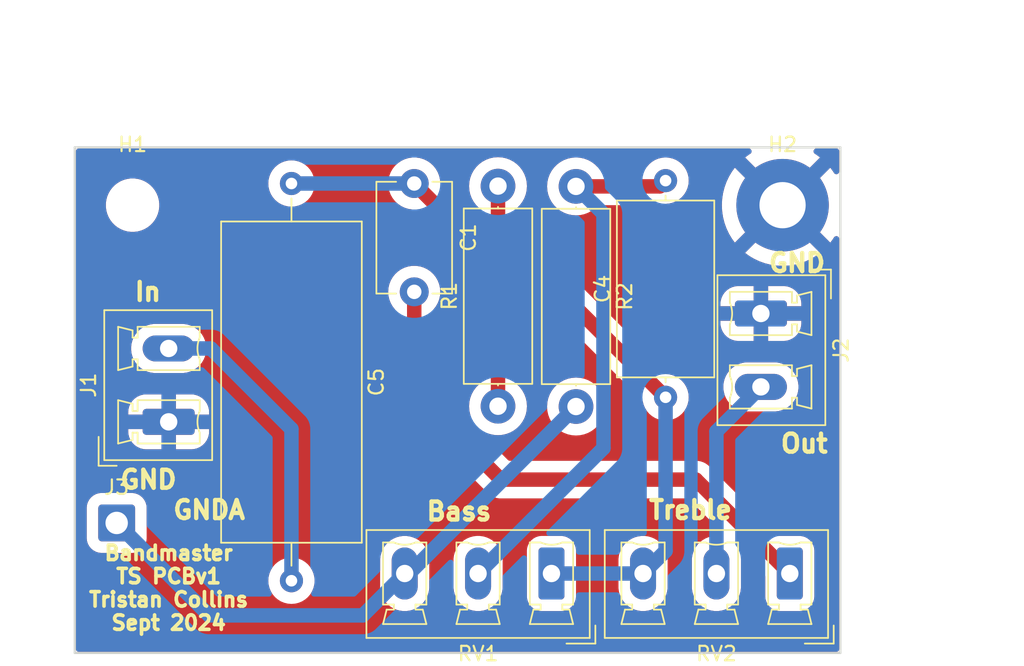
<source format=kicad_pcb>
(kicad_pcb (version 20240108) (generator "pcbnew") (generator_version "8.0")
  (layers (0 "F.Cu" signal) (31 "B.Cu" signal) (34 "B.Paste" user) (35 "F.Paste" user) (36 "B.SilkS" user "B.Silkscreen") (37 "F.SilkS" user "F.Silkscreen") (38 "B.Mask" user) (39 "F.Mask" user) (44 "Edge.Cuts" user))
  (net 0 "")
  (net 1 "Net-(C1-Pad1)")
  (net 2 "Net-(C1-Pad2)")
  (net 3 "GNDA")
  (net 4 "Net-(C4-Pad1)")
  (net 5 "Net-(C4-Pad2)")
  (net 6 "GND")
  (net 7 "Net-(C5-Pad2)")
  (net 8 "Net-(J2-Pad2)")
  (footprint "Connector_Phoenix_MC_HighVoltage:PhoenixContact_MCV_1,5_2-G-5.08_1x02_P5.08mm_Vertical" (layer "F.Cu") (at 166.5 116 90)
    (property "Reference" "J1" (at 2.54 -5.55 90) (layer "F.SilkS"))
    (property "Value" "Screw_Terminal_1x02")
    (fp_line (start -3.04 -4.85) (end -1.04 -4.85) (stroke (width 0.12)) (layer "F.SilkS"))
    (fp_line (start 7.73 -4.46) (end -2.65 -4.46) (stroke (width 0.12)) (layer "F.SilkS"))
    (fp_line (start -2.65 -4.46) (end -2.65 3.01) (stroke (width 0.12)) (layer "F.SilkS"))
    (fp_line (start -3.04 -3.6) (end -3.04 -4.85) (stroke (width 0.12)) (layer "F.SilkS"))
    (fp_line (start 6.58 -3.5) (end 6.33 -2.5) (stroke (width 0.12)) (layer "F.SilkS"))
    (fp_line (start 3.58 -3.5) (end 6.58 -3.5) (stroke (width 0.12)) (layer "F.SilkS"))
    (fp_line (start 1.5 -3.5) (end 1.25 -2.5) (stroke (width 0.12)) (layer "F.SilkS"))
    (fp_line (start -1.5 -3.5) (end 1.5 -3.5) (stroke (width 0.12)) (layer "F.SilkS"))
    (fp_line (start 6.33 -2.5) (end 5.83 -2.5) (stroke (width 0.12)) (layer "F.SilkS"))
    (fp_line (start 5.83 -2.5) (end 5.83 -2.15) (stroke (width 0.12)) (layer "F.SilkS"))
    (fp_line (start 4.33 -2.5) (end 3.83 -2.5) (stroke (width 0.12)) (layer "F.SilkS"))
    (fp_line (start 3.83 -2.5) (end 3.58 -3.5) (stroke (width 0.12)) (layer "F.SilkS"))
    (fp_line (start 1.25 -2.5) (end 0.75 -2.5) (stroke (width 0.12)) (layer "F.SilkS"))
    (fp_line (start 0.75 -2.5) (end 0.75 -2.15) (stroke (width 0.12)) (layer "F.SilkS"))
    (fp_line (start -0.75 -2.5) (end -1.25 -2.5) (stroke (width 0.12)) (layer "F.SilkS"))
    (fp_line (start -1.25 -2.5) (end -1.5 -3.5) (stroke (width 0.12)) (layer "F.SilkS"))
    (fp_line (start 6.58 -2.15) (end 6.58 2.15) (stroke (width 0.12)) (layer "F.SilkS"))
    (fp_line (start 5.83 -2.15) (end 6.58 -2.15) (stroke (width 0.12)) (layer "F.SilkS"))
    (fp_line (start 4.33 -2.15) (end 4.33 -2.5) (stroke (width 0.12)) (layer "F.SilkS"))
    (fp_line (start 3.58 -2.15) (end 4.33 -2.15) (stroke (width 0.12)) (layer "F.SilkS"))
    (fp_line (start 1.5 -2.15) (end 1.5 2.15) (stroke (width 0.12)) (layer "F.SilkS"))
    (fp_line (start 0.75 -2.15) (end 1.5 -2.15) (stroke (width 0.12)) (layer "F.SilkS"))
    (fp_line (start -0.75 -2.15) (end -0.75 -2.5) (stroke (width 0.12)) (layer "F.SilkS"))
    (fp_line (start -1.5 -2.15) (end -0.75 -2.15) (stroke (width 0.12)) (layer "F.SilkS"))
    (fp_line (start 6.58 2.15) (end 5.83 2.15) (stroke (width 0.12)) (layer "F.SilkS"))
    (fp_line (start 4.33 2.15) (end 3.58 2.15) (stroke (width 0.12)) (layer "F.SilkS"))
    (fp_line (start 3.58 2.15) (end 3.58 -2.15) (stroke (width 0.12)) (layer "F.SilkS"))
    (fp_line (start 1.5 2.15) (end 0.75 2.15) (stroke (width 0.12)) (layer "F.SilkS"))
    (fp_line (start -0.75 2.15) (end -1.5 2.15) (stroke (width 0.12)) (layer "F.SilkS"))
    (fp_line (start -1.5 2.15) (end -1.5 -2.15) (stroke (width 0.12)) (layer "F.SilkS"))
    (fp_line (start 7.73 3.01) (end 7.73 -4.46) (stroke (width 0.12)) (layer "F.SilkS"))
    (fp_line (start -2.65 3.01) (end 7.73 3.01) (stroke (width 0.12)) (layer "F.SilkS"))
    (fp_arc (start 4.33 2.15) (mid 5.079807 1.99191) (end 5.829647 2.149844) (stroke (width 0.12)) (layer "F.SilkS"))
    (fp_arc (start -0.75 2.15) (mid -0.000193 1.99191) (end 0.749647 2.149844) (stroke (width 0.12)) (layer "F.SilkS"))
    (pad "1" thru_hole roundrect (at 0 0 90) (size 1.8 3.6) (drill 1.2) (layers "*.Cu" "*.Mask") (roundrect_rratio 0.138889) (net 6 "GND"))
    (pad "2" thru_hole oval (at 5.08 0 90) (size 1.8 3.6) (drill 1.2) (layers "*.Cu" "*.Mask") (net 7 "Net-(C5-Pad2)"))
  )
  (footprint "Connector_Phoenix_MC_HighVoltage:PhoenixContact_MCV_1,5_2-G-5.08_1x02_P5.08mm_Vertical" (layer "F.Cu") (at 207.5 108.5 -90)
    (property "Reference" "J2" (at 2.54 -5.55 -90) (layer "F.SilkS"))
    (property "Value" "Screw_Terminal_1x02")
    (fp_line (start -2.65 3.01) (end 7.73 3.01) (stroke (width 0.12)) (layer "F.SilkS"))
    (fp_line (start 7.73 3.01) (end 7.73 -4.46) (stroke (width 0.12)) (layer "F.SilkS"))
    (fp_line (start -1.5 2.15) (end -1.5 -2.15) (stroke (width 0.12)) (layer "F.SilkS"))
    (fp_line (start -0.75 2.15) (end -1.5 2.15) (stroke (width 0.12)) (layer "F.SilkS"))
    (fp_line (start 1.5 2.15) (end 0.75 2.15) (stroke (width 0.12)) (layer "F.SilkS"))
    (fp_line (start 3.58 2.15) (end 3.58 -2.15) (stroke (width 0.12)) (layer "F.SilkS"))
    (fp_line (start 4.33 2.15) (end 3.58 2.15) (stroke (width 0.12)) (layer "F.SilkS"))
    (fp_line (start 6.58 2.15) (end 5.83 2.15) (stroke (width 0.12)) (layer "F.SilkS"))
    (fp_line (start -1.5 -2.15) (end -0.75 -2.15) (stroke (width 0.12)) (layer "F.SilkS"))
    (fp_line (start -0.75 -2.15) (end -0.75 -2.5) (stroke (width 0.12)) (layer "F.SilkS"))
    (fp_line (start 0.75 -2.15) (end 1.5 -2.15) (stroke (width 0.12)) (layer "F.SilkS"))
    (fp_line (start 1.5 -2.15) (end 1.5 2.15) (stroke (width 0.12)) (layer "F.SilkS"))
    (fp_line (start 3.58 -2.15) (end 4.33 -2.15) (stroke (width 0.12)) (layer "F.SilkS"))
    (fp_line (start 4.33 -2.15) (end 4.33 -2.5) (stroke (width 0.12)) (layer "F.SilkS"))
    (fp_line (start 5.83 -2.15) (end 6.58 -2.15) (stroke (width 0.12)) (layer "F.SilkS"))
    (fp_line (start 6.58 -2.15) (end 6.58 2.15) (stroke (width 0.12)) (layer "F.SilkS"))
    (fp_line (start -1.25 -2.5) (end -1.5 -3.5) (stroke (width 0.12)) (layer "F.SilkS"))
    (fp_line (start -0.75 -2.5) (end -1.25 -2.5) (stroke (width 0.12)) (layer "F.SilkS"))
    (fp_line (start 0.75 -2.5) (end 0.75 -2.15) (stroke (width 0.12)) (layer "F.SilkS"))
    (fp_line (start 1.25 -2.5) (end 0.75 -2.5) (stroke (width 0.12)) (layer "F.SilkS"))
    (fp_line (start 3.83 -2.5) (end 3.58 -3.5) (stroke (width 0.12)) (layer "F.SilkS"))
    (fp_line (start 4.33 -2.5) (end 3.83 -2.5) (stroke (width 0.12)) (layer "F.SilkS"))
    (fp_line (start 5.83 -2.5) (end 5.83 -2.15) (stroke (width 0.12)) (layer "F.SilkS"))
    (fp_line (start 6.33 -2.5) (end 5.83 -2.5) (stroke (width 0.12)) (layer "F.SilkS"))
    (fp_line (start -1.5 -3.5) (end 1.5 -3.5) (stroke (width 0.12)) (layer "F.SilkS"))
    (fp_line (start 1.5 -3.5) (end 1.25 -2.5) (stroke (width 0.12)) (layer "F.SilkS"))
    (fp_line (start 3.58 -3.5) (end 6.58 -3.5) (stroke (width 0.12)) (layer "F.SilkS"))
    (fp_line (start 6.58 -3.5) (end 6.33 -2.5) (stroke (width 0.12)) (layer "F.SilkS"))
    (fp_line (start -3.04 -3.6) (end -3.04 -4.85) (stroke (width 0.12)) (layer "F.SilkS"))
    (fp_line (start -2.65 -4.46) (end -2.65 3.01) (stroke (width 0.12)) (layer "F.SilkS"))
    (fp_line (start 7.73 -4.46) (end -2.65 -4.46) (stroke (width 0.12)) (layer "F.SilkS"))
    (fp_line (start -3.04 -4.85) (end -1.04 -4.85) (stroke (width 0.12)) (layer "F.SilkS"))
    (fp_arc (start -0.75 2.15) (mid -0.000193 1.99191) (end 0.749647 2.149844) (stroke (width 0.12)) (layer "F.SilkS"))
    (fp_arc (start 4.33 2.15) (mid 5.079807 1.99191) (end 5.829647 2.149844) (stroke (width 0.12)) (layer "F.SilkS"))
    (pad "1" thru_hole roundrect (at 0 0 270) (size 1.8 3.6) (drill 1.2) (layers "*.Cu" "*.Mask") (roundrect_rratio 0.138889) (net 6 "GND"))
    (pad "2" thru_hole oval (at 5.08 0 270) (size 1.8 3.6) (drill 1.2) (layers "*.Cu" "*.Mask") (net 8 "Net-(J2-Pad2)"))
  )
  (footprint "Resistor_THT:R_Axial_DIN0414_L11.9mm_D4.5mm_P15.24mm_Horizontal" (layer "F.Cu") (at 189.3 114.92 90)
    (property "Reference" "R1" (at 7.62 -3.37 90) (layer "F.SilkS"))
    (property "Value" "220k")
    (fp_line (start 13.69 -2.37) (end 1.55 -2.37) (stroke (width 0.12)) (layer "F.SilkS"))
    (fp_line (start 1.55 -2.37) (end 1.55 2.37) (stroke (width 0.12)) (layer "F.SilkS"))
    (fp_line (start 13.8 0) (end 13.69 0) (stroke (width 0.12)) (layer "F.SilkS"))
    (fp_line (start 1.44 0) (end 1.55 0) (stroke (width 0.12)) (layer "F.SilkS"))
    (fp_line (start 13.69 2.37) (end 13.69 -2.37) (stroke (width 0.12)) (layer "F.SilkS"))
    (fp_line (start 1.55 2.37) (end 13.69 2.37) (stroke (width 0.12)) (layer "F.SilkS"))
    (pad "1" thru_hole circle (at 0 0 90) (size 2.4 2.4) (drill 1.2) (layers "*.Cu" "*.Mask") (net 1 "Net-(C1-Pad1)"))
    (pad "2" thru_hole oval (at 15.24 0 90) (size 2.4 2.4) (drill 1.2) (layers "*.Cu" "*.Mask") (net 4 "Net-(C4-Pad1)"))
  )
  (footprint "Resistor_THT:R_Axial_DIN0414_L11.9mm_D4.5mm_P15.24mm_Horizontal" (layer "F.Cu") (at 194.7 99.7 -90)
    (property "Reference" "R2" (at 7.62 -3.37 -90) (layer "F.SilkS"))
    (property "Value" "22k")
    (fp_line (start 1.55 2.37) (end 13.69 2.37) (stroke (width 0.12)) (layer "F.SilkS"))
    (fp_line (start 13.69 2.37) (end 13.69 -2.37) (stroke (width 0.12)) (layer "F.SilkS"))
    (fp_line (start 1.44 0) (end 1.55 0) (stroke (width 0.12)) (layer "F.SilkS"))
    (fp_line (start 13.8 0) (end 13.69 0) (stroke (width 0.12)) (layer "F.SilkS"))
    (fp_line (start 1.55 -2.37) (end 1.55 2.37) (stroke (width 0.12)) (layer "F.SilkS"))
    (fp_line (start 13.69 -2.37) (end 1.55 -2.37) (stroke (width 0.12)) (layer "F.SilkS"))
    (pad "1" thru_hole circle (at 0 0 270) (size 2.4 2.4) (drill 1.2) (layers "*.Cu" "*.Mask") (net 5 "Net-(C4-Pad2)"))
    (pad "2" thru_hole oval (at 15.24 0 270) (size 2.4 2.4) (drill 1.2) (layers "*.Cu" "*.Mask") (net 3 "GNDA"))
  )
  (footprint "Connector_Phoenix_MC_HighVoltage:PhoenixContact_MCV_1,5_3-G-5.08_1x03_P5.08mm_Vertical" (layer "F.Cu") (at 193 126.5 180)
    (property "Reference" "RV1" (at 5.08 -5.55 180) (layer "F.SilkS"))
    (property "Value" "470k Log")
    (fp_line (start 12.81 3.01) (end 12.81 -4.46) (stroke (width 0.12)) (layer "F.SilkS"))
    (fp_line (start 12.81 -4.46) (end -2.65 -4.46) (stroke (width 0.12)) (layer "F.SilkS"))
    (fp_line (start 11.66 2.15) (end 10.91 2.15) (stroke (width 0.12)) (layer "F.SilkS"))
    (fp_line (start 11.66 -2.15) (end 11.66 2.15) (stroke (width 0.12)) (layer "F.SilkS"))
    (fp_line (start 11.66 -3.5) (end 11.41 -2.5) (stroke (width 0.12)) (layer "F.SilkS"))
    (fp_line (start 11.41 -2.5) (end 10.91 -2.5) (stroke (width 0.12)) (layer "F.SilkS"))
    (fp_line (start 10.91 -2.15) (end 11.66 -2.15) (stroke (width 0.12)) (layer "F.SilkS"))
    (fp_line (start 10.91 -2.5) (end 10.91 -2.15) (stroke (width 0.12)) (layer "F.SilkS"))
    (fp_line (start 9.41 2.15) (end 8.66 2.15) (stroke (width 0.12)) (layer "F.SilkS"))
    (fp_line (start 9.41 -2.15) (end 9.41 -2.5) (stroke (width 0.12)) (layer "F.SilkS"))
    (fp_line (start 9.41 -2.5) (end 8.91 -2.5) (stroke (width 0.12)) (layer "F.SilkS"))
    (fp_line (start 8.91 -2.5) (end 8.66 -3.5) (stroke (width 0.12)) (layer "F.SilkS"))
    (fp_line (start 8.66 2.15) (end 8.66 -2.15) (stroke (width 0.12)) (layer "F.SilkS"))
    (fp_line (start 8.66 -2.15) (end 9.41 -2.15) (stroke (width 0.12)) (layer "F.SilkS"))
    (fp_line (start 8.66 -3.5) (end 11.66 -3.5) (stroke (width 0.12)) (layer "F.SilkS"))
    (fp_line (start 6.58 2.15) (end 5.83 2.15) (stroke (width 0.12)) (layer "F.SilkS"))
    (fp_line (start 6.58 -2.15) (end 6.58 2.15) (stroke (width 0.12)) (layer "F.SilkS"))
    (fp_line (start 6.58 -3.5) (end 6.33 -2.5) (stroke (width 0.12)) (layer "F.SilkS"))
    (fp_line (start 6.33 -2.5) (end 5.83 -2.5) (stroke (width 0.12)) (layer "F.SilkS"))
    (fp_line (start 5.83 -2.15) (end 6.58 -2.15) (stroke (width 0.12)) (layer "F.SilkS"))
    (fp_line (start 5.83 -2.5) (end 5.83 -2.15) (stroke (width 0.12)) (layer "F.SilkS"))
    (fp_line (start 4.33 2.15) (end 3.58 2.15) (stroke (width 0.12)) (layer "F.SilkS"))
    (fp_line (start 4.33 -2.15) (end 4.33 -2.5) (stroke (width 0.12)) (layer "F.SilkS"))
    (fp_line (start 4.33 -2.5) (end 3.83 -2.5) (stroke (width 0.12)) (layer "F.SilkS"))
    (fp_line (start 3.83 -2.5) (end 3.58 -3.5) (stroke (width 0.12)) (layer "F.SilkS"))
    (fp_line (start 3.58 2.15) (end 3.58 -2.15) (stroke (width 0.12)) (layer "F.SilkS"))
    (fp_line (start 3.58 -2.15) (end 4.33 -2.15) (stroke (width 0.12)) (layer "F.SilkS"))
    (fp_line (start 3.58 -3.5) (end 6.58 -3.5) (stroke (width 0.12)) (layer "F.SilkS"))
    (fp_line (start 1.5 2.15) (end 0.75 2.15) (stroke (width 0.12)) (layer "F.SilkS"))
    (fp_line (start 1.5 -2.15) (end 1.5 2.15) (stroke (width 0.12)) (layer "F.SilkS"))
    (fp_line (start 1.5 -3.5) (end 1.25 -2.5) (stroke (width 0.12)) (layer "F.SilkS"))
    (fp_line (start 1.25 -2.5) (end 0.75 -2.5) (stroke (width 0.12)) (layer "F.SilkS"))
    (fp_line (start 0.75 -2.15) (end 1.5 -2.15) (stroke (width 0.12)) (layer "F.SilkS"))
    (fp_line (start 0.75 -2.5) (end 0.75 -2.15) (stroke (width 0.12)) (layer "F.SilkS"))
    (fp_line (start -0.75 2.15) (end -1.5 2.15) (stroke (width 0.12)) (layer "F.SilkS"))
    (fp_line (start -0.75 -2.15) (end -0.75 -2.5) (stroke (width 0.12)) (layer "F.SilkS"))
    (fp_line (start -0.75 -2.5) (end -1.25 -2.5) (stroke (width 0.12)) (layer "F.SilkS"))
    (fp_line (start -1.25 -2.5) (end -1.5 -3.5) (stroke (width 0.12)) (layer "F.SilkS"))
    (fp_line (start -1.5 2.15) (end -1.5 -2.15) (stroke (width 0.12)) (layer "F.SilkS"))
    (fp_line (start -1.5 -2.15) (end -0.75 -2.15) (stroke (width 0.12)) (layer "F.SilkS"))
    (fp_line (start -1.5 -3.5) (end 1.5 -3.5) (stroke (width 0.12)) (layer "F.SilkS"))
    (fp_line (start -2.65 3.01) (end 12.81 3.01) (stroke (width 0.12)) (layer "F.SilkS"))
    (fp_line (start -2.65 -4.46) (end -2.65 3.01) (stroke (width 0.12)) (layer "F.SilkS"))
    (fp_line (start -3.04 -3.6) (end -3.04 -4.85) (stroke (width 0.12)) (layer "F.SilkS"))
    (fp_line (start -3.04 -4.85) (end -1.04 -4.85) (stroke (width 0.12)) (layer "F.SilkS"))
    (fp_arc (start 9.41 2.15) (mid 10.159807 1.99191) (end 10.909647 2.149844) (stroke (width 0.12)) (layer "F.SilkS"))
    (fp_arc (start 4.33 2.15) (mid 5.079807 1.99191) (end 5.829647 2.149844) (stroke (width 0.12)) (layer "F.SilkS"))
    (fp_arc (start -0.75 2.15) (mid -0.000193 1.99191) (end 0.749647 2.149844) (stroke (width 0.12)) (layer "F.SilkS"))
    (pad "1" thru_hole roundrect (at 0 0 180) (size 1.8 3.6) (drill 1.2) (layers "*.Cu" "*.Mask") (roundrect_rratio 0.138889) (net 4 "Net-(C4-Pad1)"))
    (pad "2" thru_hole oval (at 5.08 0 180) (size 1.8 3.6) (drill 1.2) (layers "*.Cu" "*.Mask") (net 5 "Net-(C4-Pad2)"))
    (pad "3" thru_hole oval (at 10.16 0 180) (size 1.8 3.6) (drill 1.2) (layers "*.Cu" "*.Mask") (net 3 "GNDA"))
  )
  (footprint "Connector_Phoenix_MC_HighVoltage:PhoenixContact_MCV_1,5_3-G-5.08_1x03_P5.08mm_Vertical" (layer "F.Cu") (at 209.5 126.5 180)
    (property "Reference" "RV2" (at 5.08 -5.55 180) (layer "F.SilkS"))
    (property "Value" "470k Lin")
    (fp_line (start 12.81 3.01) (end 12.81 -4.46) (stroke (width 0.12)) (layer "F.SilkS"))
    (fp_line (start 12.81 -4.46) (end -2.65 -4.46) (stroke (width 0.12)) (layer "F.SilkS"))
    (fp_line (start 11.66 2.15) (end 10.91 2.15) (stroke (width 0.12)) (layer "F.SilkS"))
    (fp_line (start 11.66 -2.15) (end 11.66 2.15) (stroke (width 0.12)) (layer "F.SilkS"))
    (fp_line (start 11.66 -3.5) (end 11.41 -2.5) (stroke (width 0.12)) (layer "F.SilkS"))
    (fp_line (start 11.41 -2.5) (end 10.91 -2.5) (stroke (width 0.12)) (layer "F.SilkS"))
    (fp_line (start 10.91 -2.15) (end 11.66 -2.15) (stroke (width 0.12)) (layer "F.SilkS"))
    (fp_line (start 10.91 -2.5) (end 10.91 -2.15) (stroke (width 0.12)) (layer "F.SilkS"))
    (fp_line (start 9.41 2.15) (end 8.66 2.15) (stroke (width 0.12)) (layer "F.SilkS"))
    (fp_line (start 9.41 -2.15) (end 9.41 -2.5) (stroke (width 0.12)) (layer "F.SilkS"))
    (fp_line (start 9.41 -2.5) (end 8.91 -2.5) (stroke (width 0.12)) (layer "F.SilkS"))
    (fp_line (start 8.91 -2.5) (end 8.66 -3.5) (stroke (width 0.12)) (layer "F.SilkS"))
    (fp_line (start 8.66 2.15) (end 8.66 -2.15) (stroke (width 0.12)) (layer "F.SilkS"))
    (fp_line (start 8.66 -2.15) (end 9.41 -2.15) (stroke (width 0.12)) (layer "F.SilkS"))
    (fp_line (start 8.66 -3.5) (end 11.66 -3.5) (stroke (width 0.12)) (layer "F.SilkS"))
    (fp_line (start 6.58 2.15) (end 5.83 2.15) (stroke (width 0.12)) (layer "F.SilkS"))
    (fp_line (start 6.58 -2.15) (end 6.58 2.15) (stroke (width 0.12)) (layer "F.SilkS"))
    (fp_line (start 6.58 -3.5) (end 6.33 -2.5) (stroke (width 0.12)) (layer "F.SilkS"))
    (fp_line (start 6.33 -2.5) (end 5.83 -2.5) (stroke (width 0.12)) (layer "F.SilkS"))
    (fp_line (start 5.83 -2.15) (end 6.58 -2.15) (stroke (width 0.12)) (layer "F.SilkS"))
    (fp_line (start 5.83 -2.5) (end 5.83 -2.15) (stroke (width 0.12)) (layer "F.SilkS"))
    (fp_line (start 4.33 2.15) (end 3.58 2.15) (stroke (width 0.12)) (layer "F.SilkS"))
    (fp_line (start 4.33 -2.15) (end 4.33 -2.5) (stroke (width 0.12)) (layer "F.SilkS"))
    (fp_line (start 4.33 -2.5) (end 3.83 -2.5) (stroke (width 0.12)) (layer "F.SilkS"))
    (fp_line (start 3.83 -2.5) (end 3.58 -3.5) (stroke (width 0.12)) (layer "F.SilkS"))
    (fp_line (start 3.58 2.15) (end 3.58 -2.15) (stroke (width 0.12)) (layer "F.SilkS"))
    (fp_line (start 3.58 -2.15) (end 4.33 -2.15) (stroke (width 0.12)) (layer "F.SilkS"))
    (fp_line (start 3.58 -3.5) (end 6.58 -3.5) (stroke (width 0.12)) (layer "F.SilkS"))
    (fp_line (start 1.5 2.15) (end 0.75 2.15) (stroke (width 0.12)) (layer "F.SilkS"))
    (fp_line (start 1.5 -2.15) (end 1.5 2.15) (stroke (width 0.12)) (layer "F.SilkS"))
    (fp_line (start 1.5 -3.5) (end 1.25 -2.5) (stroke (width 0.12)) (layer "F.SilkS"))
    (fp_line (start 1.25 -2.5) (end 0.75 -2.5) (stroke (width 0.12)) (layer "F.SilkS"))
    (fp_line (start 0.75 -2.15) (end 1.5 -2.15) (stroke (width 0.12)) (layer "F.SilkS"))
    (fp_line (start 0.75 -2.5) (end 0.75 -2.15) (stroke (width 0.12)) (layer "F.SilkS"))
    (fp_line (start -0.75 2.15) (end -1.5 2.15) (stroke (width 0.12)) (layer "F.SilkS"))
    (fp_line (start -0.75 -2.15) (end -0.75 -2.5) (stroke (width 0.12)) (layer "F.SilkS"))
    (fp_line (start -0.75 -2.5) (end -1.25 -2.5) (stroke (width 0.12)) (layer "F.SilkS"))
    (fp_line (start -1.25 -2.5) (end -1.5 -3.5) (stroke (width 0.12)) (layer "F.SilkS"))
    (fp_line (start -1.5 2.15) (end -1.5 -2.15) (stroke (width 0.12)) (layer "F.SilkS"))
    (fp_line (start -1.5 -2.15) (end -0.75 -2.15) (stroke (width 0.12)) (layer "F.SilkS"))
    (fp_line (start -1.5 -3.5) (end 1.5 -3.5) (stroke (width 0.12)) (layer "F.SilkS"))
    (fp_line (start -2.65 3.01) (end 12.81 3.01) (stroke (width 0.12)) (layer "F.SilkS"))
    (fp_line (start -2.65 -4.46) (end -2.65 3.01) (stroke (width 0.12)) (layer "F.SilkS"))
    (fp_line (start -3.04 -3.6) (end -3.04 -4.85) (stroke (width 0.12)) (layer "F.SilkS"))
    (fp_line (start -3.04 -4.85) (end -1.04 -4.85) (stroke (width 0.12)) (layer "F.SilkS"))
    (fp_arc (start 9.41 2.15) (mid 10.159807 1.99191) (end 10.909647 2.149844) (stroke (width 0.12)) (layer "F.SilkS"))
    (fp_arc (start 4.33 2.15) (mid 5.079807 1.99191) (end 5.829647 2.149844) (stroke (width 0.12)) (layer "F.SilkS"))
    (fp_arc (start -0.75 2.15) (mid -0.000193 1.99191) (end 0.749647 2.149844) (stroke (width 0.12)) (layer "F.SilkS"))
    (pad "1" thru_hole roundrect (at 0 0 180) (size 1.8 3.6) (drill 1.2) (layers "*.Cu" "*.Mask") (roundrect_rratio 0.138889) (net 2 "Net-(C1-Pad2)"))
    (pad "2" thru_hole oval (at 5.08 0 180) (size 1.8 3.6) (drill 1.2) (layers "*.Cu" "*.Mask") (net 8 "Net-(J2-Pad2)"))
    (pad "3" thru_hole oval (at 10.16 0 180) (size 1.8 3.6) (drill 1.2) (layers "*.Cu" "*.Mask") (net 4 "Net-(C4-Pad1)"))
  )
  (footprint "Connector_Wire:SolderWire-0.75sqmm_1x01_D1.25mm_OD2.3mm" (layer "F.Cu") (at 162.9 123)
    (property "Reference" "J3" (at 0 -2.47 0) (layer "F.SilkS"))
    (property "Value" "Screw_Terminal_1x01")
    (pad "1" thru_hole roundrect (at 0 0) (size 2.55 2.55) (drill 1.55) (layers "*.Cu" "*.Mask") (roundrect_rratio 0.098039) (net 3 "GNDA"))
  )
  (footprint "Capacitor_THT:C_Disc_D7.5mm_W5.0mm_P7.50mm" (layer "F.Cu") (at 183.5 99.5 -90)
    (property "Reference" "C1" (at 3.75 -3.75 -90) (layer "F.SilkS"))
    (property "Value" "220p")
    (fp_line (start -0.12 2.62) (end 7.62 2.62) (stroke (width 0.12)) (layer "F.SilkS"))
    (fp_line (start -0.12 1.256) (end -0.12 2.62) (stroke (width 0.12)) (layer "F.SilkS"))
    (fp_line (start 7.62 1.256) (end 7.62 2.62) (stroke (width 0.12)) (layer "F.SilkS"))
    (fp_line (start -0.12 -2.62) (end -0.12 -1.256) (stroke (width 0.12)) (layer "F.SilkS"))
    (fp_line (start -0.12 -2.62) (end 7.62 -2.62) (stroke (width 0.12)) (layer "F.SilkS"))
    (fp_line (start 7.62 -2.62) (end 7.62 -1.256) (stroke (width 0.12)) (layer "F.SilkS"))
    (pad "1" thru_hole circle (at 0 0 270) (size 2 2) (drill 1) (layers "*.Cu" "*.Mask") (net 1 "Net-(C1-Pad1)"))
    (pad "2" thru_hole circle (at 7.5 0 270) (size 2 2) (drill 1) (layers "*.Cu" "*.Mask") (net 2 "Net-(C1-Pad2)"))
  )
  (footprint "Capacitor_THT:C_Axial_L22.0mm_D9.5mm_P27.50mm_Horizontal" (layer "F.Cu") (at 175 99.5 -90)
    (property "Reference" "C5" (at 13.75 -5.87 -90) (layer "F.SilkS"))
    (property "Value" "100n")
    (fp_line (start 2.63 4.87) (end 24.87 4.87) (stroke (width 0.12)) (layer "F.SilkS"))
    (fp_line (start 24.87 4.87) (end 24.87 -4.87) (stroke (width 0.12)) (layer "F.SilkS"))
    (fp_line (start 1.04 0) (end 2.63 0) (stroke (width 0.12)) (layer "F.SilkS"))
    (fp_line (start 26.46 0) (end 24.87 0) (stroke (width 0.12)) (layer "F.SilkS"))
    (fp_line (start 2.63 -4.87) (end 2.63 4.87) (stroke (width 0.12)) (layer "F.SilkS"))
    (fp_line (start 24.87 -4.87) (end 2.63 -4.87) (stroke (width 0.12)) (layer "F.SilkS"))
    (pad "1" thru_hole circle (at 0 0 270) (size 1.6 1.6) (drill 0.8) (layers "*.Cu" "*.Mask") (net 1 "Net-(C1-Pad1)"))
    (pad "2" thru_hole oval (at 27.5 0 270) (size 1.6 1.6) (drill 0.8) (layers "*.Cu" "*.Mask") (net 7 "Net-(C5-Pad2)"))
  )
  (footprint "Capacitor_THT:C_Axial_L12.0mm_D6.5mm_P15.00mm_Horizontal" (layer "F.Cu") (at 200.9 114.3 90)
    (property "Reference" "C4" (at 7.5 -4.37 90) (layer "F.SilkS"))
    (property "Value" "4.7n")
    (fp_line (start 13.62 -3.37) (end 1.38 -3.37) (stroke (width 0.12)) (layer "F.SilkS"))
    (fp_line (start 1.38 -3.37) (end 1.38 3.37) (stroke (width 0.12)) (layer "F.SilkS"))
    (fp_line (start 13.96 0) (end 13.62 0) (stroke (width 0.12)) (layer "F.SilkS"))
    (fp_line (start 1.04 0) (end 1.38 0) (stroke (width 0.12)) (layer "F.SilkS"))
    (fp_line (start 13.62 3.37) (end 13.62 -3.37) (stroke (width 0.12)) (layer "F.SilkS"))
    (fp_line (start 1.38 3.37) (end 13.62 3.37) (stroke (width 0.12)) (layer "F.SilkS"))
    (pad "1" thru_hole circle (at 0 0 90) (size 1.6 1.6) (drill 0.8) (layers "*.Cu" "*.Mask") (net 4 "Net-(C4-Pad1)"))
    (pad "2" thru_hole oval (at 15 0 90) (size 1.6 1.6) (drill 0.8) (layers "*.Cu" "*.Mask") (net 5 "Net-(C4-Pad2)"))
  )
  (footprint "MountingHole:MountingHole_3.2mm_M3_Pad" (layer "F.Cu") (at 209 101)
    (property "Reference" "H2" (at 0 -4.2 0) (layer "F.SilkS"))
    (property "Value" "MountingHole_Pad")
    (pad "1" thru_hole circle (at 0 0) (size 6.4 6.4) (drill 3.2) (layers "*.Cu" "*.Mask") (net 6 "GND"))
  )
  (footprint "MountingHole:MountingHole_3.2mm_M3" (layer "F.Cu") (at 164 101)
    (property "Reference" "H1" (at 0 -4.2 0) (layer "F.SilkS"))
    (property "Value" "MountingHole")
    (pad "" np_thru_hole circle (at 0 0) (size 3.2 3.2) (drill 3.2) (layers "*.Cu" "*.Mask"))
  )
  (gr_line (start 160 132) (end 213 132) (stroke (width 0.15)) (layer "Edge.Cuts"))
  (gr_line (start 213 97) (end 213 132) (stroke (width 0.15)) (layer "Edge.Cuts"))
  (gr_line (start 160 132) (end 160 97) (stroke (width 0.15)) (layer "Edge.Cuts"))
  (gr_line (start 213 97) (end 160 97) (stroke (width 0.15)) (layer "Edge.Cuts"))
  (gr_text "Out" (at 210.5 117.5 0) (layer "F.SilkS") (effects (font (size 1.25 1.25) (thickness 0.3))))
  (gr_text "Bandmaster\nTS PCBv1\nTristan Collins\nSept 2024" (at 166.5 127.5 0) (layer "F.SilkS") (effects (font (size 1 1) (thickness 0.25))))
  (gr_text "GNDA" (at 169.3 122.1 0) (layer "F.SilkS") (effects (font (size 1.25 1.25) (thickness 0.3))))
  (gr_text "Bass" (at 189 122.2 0) (layer "F.SilkS") (effects (font (size 1.25 1.25) (thickness 0.3)) (justify right)))
  (gr_text "GND" (at 163 120 0) (layer "F.SilkS") (effects (font (size 1.25 1.25) (thickness 0.3)) (justify left)))
  (gr_text "GND" (at 210 105 0) (layer "F.SilkS") (effects (font (size 1.25 1.25) (thickness 0.3))))
  (gr_text "In" (at 164 107 0) (layer "F.SilkS") (effects (font (size 1.25 1.25) (thickness 0.3)) (justify left)))
  (gr_text "Treble" (at 199.6 122.1 0) (layer "F.SilkS") (effects (font (size 1.25 1.25) (thickness 0.3)) (justify left)))
  (segment (start 189.3 105.3) (end 189.3 114.92) (width 1) (layer "F.Cu") (net 1))
  (segment (start 183.5 99.5) (end 189.3 105.3) (width 1) (layer "F.Cu") (net 1))
  (segment (start 175 99.5) (end 183.5 99.5) (width 1) (layer "B.Cu") (net 1))
  (segment (start 189.5 120) (end 203 120) (width 1) (layer "F.Cu") (net 2))
  (segment (start 183.5 107) (end 183.5 114) (width 1) (layer "F.Cu") (net 2))
  (segment (start 183.5 114) (end 189.5 120) (width 1) (layer "F.Cu") (net 2))
  (segment (start 203 120) (end 209.5 126.5) (width 1) (layer "F.Cu") (net 2))
  (segment (start 182.84 126.5) (end 183.14 126.5) (width 1) (layer "F.Cu") (net 3))
  (segment (start 179.94 129.4) (end 169.3 129.4) (width 1) (layer "B.Cu") (net 3))
  (segment (start 169.3 129.4) (end 162.9 123) (width 1) (layer "B.Cu") (net 3))
  (segment (start 194.7 114.94) (end 183.14 126.5) (width 1) (layer "B.Cu") (net 3))
  (segment (start 183.14 126.5) (end 182.84 126.5) (width 1) (layer "B.Cu") (net 3))
  (segment (start 182.84 126.5) (end 179.94 129.4) (width 1) (layer "B.Cu") (net 3))
  (segment (start 189.3 99.68) (end 189.3 102.7) (width 1) (layer "F.Cu") (net 4))
  (segment (start 189.3 102.7) (end 200.9 114.3) (width 1) (layer "F.Cu") (net 4))
  (segment (start 200.9 114.3) (end 200.9 124.94) (width 1) (layer "B.Cu") (net 4))
  (segment (start 193 126.5) (end 199.34 126.5) (width 1) (layer "B.Cu") (net 4))
  (segment (start 200.9 124.94) (end 199.34 126.5) (width 1) (layer "B.Cu") (net 4))
  (segment (start 200.5 99.7) (end 200.9 99.3) (width 1) (layer "F.Cu") (net 5))
  (segment (start 194.7 99.7) (end 200.5 99.7) (width 1) (layer "F.Cu") (net 5))
  (segment (start 196.6 101.6) (end 196.6 117.82) (width 1) (layer "B.Cu") (net 5))
  (segment (start 196.6 117.82) (end 187.92 126.5) (width 1) (layer "B.Cu") (net 5))
  (segment (start 194.7 99.7) (end 196.6 101.6) (width 1) (layer "B.Cu") (net 5))
  (segment (start 175 116.5) (end 169.42 110.92) (width 1) (layer "B.Cu") (net 7))
  (segment (start 169.42 110.92) (end 166.5 110.92) (width 1) (layer "B.Cu") (net 7))
  (segment (start 175 127) (end 175 116.5) (width 1) (layer "B.Cu") (net 7))
  (segment (start 207.5 113.58) (end 204.42 116.66) (width 1) (layer "B.Cu") (net 8))
  (segment (start 204.42 116.66) (end 204.42 126.5) (width 1) (layer "B.Cu") (net 8))
  (zone (net 6) (net_name "GND") (layer "F.Cu") (connect_pads (clearance 0.8)) (min_thickness 0.4) (fill yes (thermal_gap 1) (thermal_bridge_width 1))
    (polygon (pts (xy 213 132) (xy 160 132) (xy 160 97) (xy 213 97)))
  )
  (zone (net 6) (net_name "GND") (layer "B.Cu") (connect_pads (clearance 0.8)) (min_thickness 0.4) (fill yes (thermal_gap 1) (thermal_bridge_width 1))
    (polygon (pts (xy 213 132) (xy 160 132) (xy 160 97) (xy 213 97)))
  )
)
</source>
